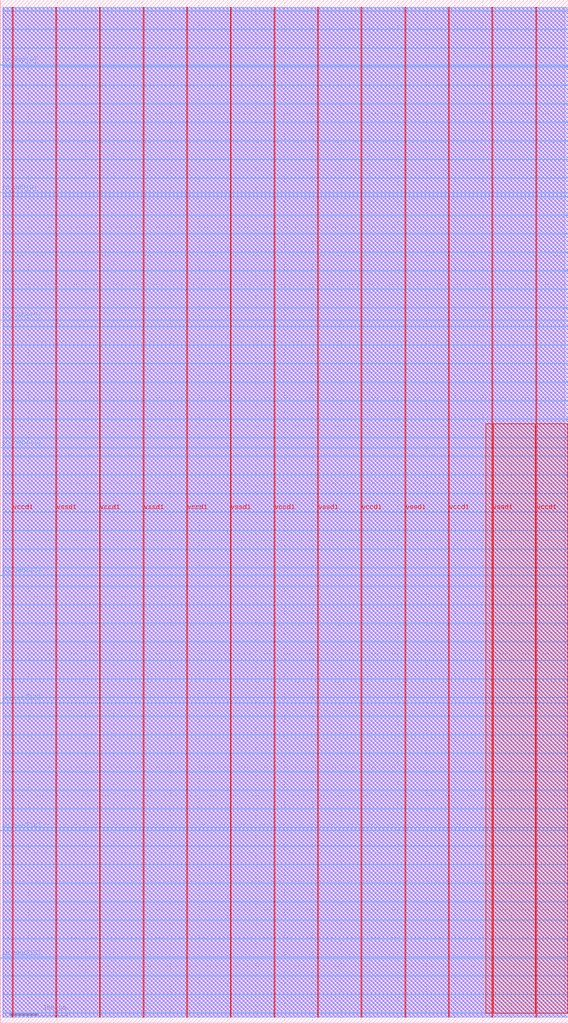
<source format=lef>
VERSION 5.7 ;
  NOWIREEXTENSIONATPIN ON ;
  DIVIDERCHAR "/" ;
  BUSBITCHARS "[]" ;
MACRO pes_ram_design_tapeout
  CLASS BLOCK ;
  FOREIGN pes_ram_design_tapeout ;
  ORIGIN 0.000 0.000 ;
  SIZE 1000.000 BY 1800.000 ;
  PIN addr_a[0]
    DIRECTION INPUT ;
    USE SIGNAL ;
    ANTENNAGATEAREA 0.852000 ;
    PORT
      LAYER met3 ;
        RECT 996.000 115.640 1000.000 116.240 ;
    END
  END addr_a[0]
  PIN addr_a[1]
    DIRECTION INPUT ;
    USE SIGNAL ;
    ANTENNAGATEAREA 0.495000 ;
    PORT
      LAYER met3 ;
        RECT 996.000 311.480 1000.000 312.080 ;
    END
  END addr_a[1]
  PIN addr_a[2]
    DIRECTION INPUT ;
    USE SIGNAL ;
    ANTENNAGATEAREA 0.196500 ;
    PORT
      LAYER met3 ;
        RECT 996.000 507.320 1000.000 507.920 ;
    END
  END addr_a[2]
  PIN addr_a[3]
    DIRECTION INPUT ;
    USE SIGNAL ;
    ANTENNAGATEAREA 0.247500 ;
    PORT
      LAYER met3 ;
        RECT 996.000 703.160 1000.000 703.760 ;
    END
  END addr_a[3]
  PIN addr_a[4]
    DIRECTION INPUT ;
    USE SIGNAL ;
    ANTENNAGATEAREA 0.742500 ;
    PORT
      LAYER met3 ;
        RECT 996.000 899.000 1000.000 899.600 ;
    END
  END addr_a[4]
  PIN addr_a[5]
    DIRECTION INPUT ;
    USE SIGNAL ;
    ANTENNAGATEAREA 0.742500 ;
    PORT
      LAYER met3 ;
        RECT 996.000 1094.840 1000.000 1095.440 ;
    END
  END addr_a[5]
  PIN addr_b[0]
    DIRECTION INPUT ;
    USE SIGNAL ;
    ANTENNAGATEAREA 0.213000 ;
    PORT
      LAYER met3 ;
        RECT 996.000 148.280 1000.000 148.880 ;
    END
  END addr_b[0]
  PIN addr_b[1]
    DIRECTION INPUT ;
    USE SIGNAL ;
    ANTENNAGATEAREA 0.247500 ;
    PORT
      LAYER met3 ;
        RECT 996.000 344.120 1000.000 344.720 ;
    END
  END addr_b[1]
  PIN addr_b[2]
    DIRECTION INPUT ;
    USE SIGNAL ;
    ANTENNAGATEAREA 0.159000 ;
    PORT
      LAYER met3 ;
        RECT 996.000 539.960 1000.000 540.560 ;
    END
  END addr_b[2]
  PIN addr_b[3]
    DIRECTION INPUT ;
    USE SIGNAL ;
    ANTENNAGATEAREA 0.196500 ;
    PORT
      LAYER met3 ;
        RECT 996.000 735.800 1000.000 736.400 ;
    END
  END addr_b[3]
  PIN addr_b[4]
    DIRECTION INPUT ;
    USE SIGNAL ;
    ANTENNAGATEAREA 0.213000 ;
    PORT
      LAYER met3 ;
        RECT 996.000 931.640 1000.000 932.240 ;
    END
  END addr_b[4]
  PIN addr_b[5]
    DIRECTION INPUT ;
    USE SIGNAL ;
    ANTENNAGATEAREA 0.247500 ;
    PORT
      LAYER met3 ;
        RECT 996.000 1127.480 1000.000 1128.080 ;
    END
  END addr_b[5]
  PIN clk
    DIRECTION INPUT ;
    USE SIGNAL ;
    ANTENNAGATEAREA 0.852000 ;
    ANTENNADIFFAREA 0.434700 ;
    PORT
      LAYER met3 ;
        RECT 996.000 17.720 1000.000 18.320 ;
    END
  END clk
  PIN data_a[0]
    DIRECTION INPUT ;
    USE SIGNAL ;
    ANTENNAGATEAREA 0.495000 ;
    PORT
      LAYER met3 ;
        RECT 996.000 180.920 1000.000 181.520 ;
    END
  END data_a[0]
  PIN data_a[1]
    DIRECTION INPUT ;
    USE SIGNAL ;
    ANTENNAGATEAREA 0.196500 ;
    PORT
      LAYER met3 ;
        RECT 996.000 376.760 1000.000 377.360 ;
    END
  END data_a[1]
  PIN data_a[2]
    DIRECTION INPUT ;
    USE SIGNAL ;
    ANTENNAGATEAREA 0.426000 ;
    PORT
      LAYER met3 ;
        RECT 996.000 572.600 1000.000 573.200 ;
    END
  END data_a[2]
  PIN data_a[3]
    DIRECTION INPUT ;
    USE SIGNAL ;
    ANTENNAGATEAREA 0.126000 ;
    PORT
      LAYER met3 ;
        RECT 996.000 768.440 1000.000 769.040 ;
    END
  END data_a[3]
  PIN data_a[4]
    DIRECTION INPUT ;
    USE SIGNAL ;
    ANTENNAGATEAREA 0.247500 ;
    PORT
      LAYER met3 ;
        RECT 996.000 964.280 1000.000 964.880 ;
    END
  END data_a[4]
  PIN data_a[5]
    DIRECTION INPUT ;
    USE SIGNAL ;
    ANTENNAGATEAREA 0.426000 ;
    PORT
      LAYER met3 ;
        RECT 996.000 1160.120 1000.000 1160.720 ;
    END
  END data_a[5]
  PIN data_a[6]
    DIRECTION INPUT ;
    USE SIGNAL ;
    ANTENNAGATEAREA 0.426000 ;
    PORT
      LAYER met3 ;
        RECT 996.000 1290.680 1000.000 1291.280 ;
    END
  END data_a[6]
  PIN data_a[7]
    DIRECTION INPUT ;
    USE SIGNAL ;
    ANTENNAGATEAREA 0.742500 ;
    PORT
      LAYER met3 ;
        RECT 996.000 1421.240 1000.000 1421.840 ;
    END
  END data_a[7]
  PIN data_b[0]
    DIRECTION INPUT ;
    USE SIGNAL ;
    ANTENNAGATEAREA 0.495000 ;
    PORT
      LAYER met3 ;
        RECT 996.000 213.560 1000.000 214.160 ;
    END
  END data_b[0]
  PIN data_b[1]
    DIRECTION INPUT ;
    USE SIGNAL ;
    ANTENNAGATEAREA 0.196500 ;
    PORT
      LAYER met3 ;
        RECT 996.000 409.400 1000.000 410.000 ;
    END
  END data_b[1]
  PIN data_b[2]
    DIRECTION INPUT ;
    USE SIGNAL ;
    ANTENNAGATEAREA 0.247500 ;
    PORT
      LAYER met3 ;
        RECT 996.000 605.240 1000.000 605.840 ;
    END
  END data_b[2]
  PIN data_b[3]
    DIRECTION INPUT ;
    USE SIGNAL ;
    ANTENNAGATEAREA 0.213000 ;
    PORT
      LAYER met3 ;
        RECT 996.000 801.080 1000.000 801.680 ;
    END
  END data_b[3]
  PIN data_b[4]
    DIRECTION INPUT ;
    USE SIGNAL ;
    ANTENNAGATEAREA 0.247500 ;
    PORT
      LAYER met3 ;
        RECT 996.000 996.920 1000.000 997.520 ;
    END
  END data_b[4]
  PIN data_b[5]
    DIRECTION INPUT ;
    USE SIGNAL ;
    ANTENNAGATEAREA 0.247500 ;
    PORT
      LAYER met3 ;
        RECT 996.000 1192.760 1000.000 1193.360 ;
    END
  END data_b[5]
  PIN data_b[6]
    DIRECTION INPUT ;
    USE SIGNAL ;
    ANTENNAGATEAREA 0.495000 ;
    PORT
      LAYER met3 ;
        RECT 996.000 1323.320 1000.000 1323.920 ;
    END
  END data_b[6]
  PIN data_b[7]
    DIRECTION INPUT ;
    USE SIGNAL ;
    ANTENNAGATEAREA 0.742500 ;
    PORT
      LAYER met3 ;
        RECT 996.000 1453.880 1000.000 1454.480 ;
    END
  END data_b[7]
  PIN io_oeb[0]
    DIRECTION OUTPUT TRISTATE ;
    USE SIGNAL ;
    PORT
      LAYER met3 ;
        RECT 996.000 1551.800 1000.000 1552.400 ;
    END
  END io_oeb[0]
  PIN io_oeb[10]
    DIRECTION OUTPUT TRISTATE ;
    USE SIGNAL ;
    PORT
      LAYER met3 ;
        RECT 0.000 1236.280 4.000 1236.880 ;
    END
  END io_oeb[10]
  PIN io_oeb[11]
    DIRECTION OUTPUT TRISTATE ;
    USE SIGNAL ;
    PORT
      LAYER met3 ;
        RECT 0.000 1011.880 4.000 1012.480 ;
    END
  END io_oeb[11]
  PIN io_oeb[12]
    DIRECTION OUTPUT TRISTATE ;
    USE SIGNAL ;
    PORT
      LAYER met3 ;
        RECT 0.000 787.480 4.000 788.080 ;
    END
  END io_oeb[12]
  PIN io_oeb[13]
    DIRECTION OUTPUT TRISTATE ;
    USE SIGNAL ;
    PORT
      LAYER met3 ;
        RECT 0.000 563.080 4.000 563.680 ;
    END
  END io_oeb[13]
  PIN io_oeb[14]
    DIRECTION OUTPUT TRISTATE ;
    USE SIGNAL ;
    PORT
      LAYER met3 ;
        RECT 0.000 338.680 4.000 339.280 ;
    END
  END io_oeb[14]
  PIN io_oeb[15]
    DIRECTION OUTPUT TRISTATE ;
    USE SIGNAL ;
    PORT
      LAYER met3 ;
        RECT 0.000 114.280 4.000 114.880 ;
    END
  END io_oeb[15]
  PIN io_oeb[1]
    DIRECTION OUTPUT TRISTATE ;
    USE SIGNAL ;
    PORT
      LAYER met3 ;
        RECT 996.000 1584.440 1000.000 1585.040 ;
    END
  END io_oeb[1]
  PIN io_oeb[2]
    DIRECTION OUTPUT TRISTATE ;
    USE SIGNAL ;
    PORT
      LAYER met3 ;
        RECT 996.000 1617.080 1000.000 1617.680 ;
    END
  END io_oeb[2]
  PIN io_oeb[3]
    DIRECTION OUTPUT TRISTATE ;
    USE SIGNAL ;
    PORT
      LAYER met3 ;
        RECT 996.000 1649.720 1000.000 1650.320 ;
    END
  END io_oeb[3]
  PIN io_oeb[4]
    DIRECTION OUTPUT TRISTATE ;
    USE SIGNAL ;
    PORT
      LAYER met3 ;
        RECT 996.000 1682.360 1000.000 1682.960 ;
    END
  END io_oeb[4]
  PIN io_oeb[5]
    DIRECTION OUTPUT TRISTATE ;
    USE SIGNAL ;
    PORT
      LAYER met3 ;
        RECT 996.000 1715.000 1000.000 1715.600 ;
    END
  END io_oeb[5]
  PIN io_oeb[6]
    DIRECTION OUTPUT TRISTATE ;
    USE SIGNAL ;
    PORT
      LAYER met3 ;
        RECT 996.000 1747.640 1000.000 1748.240 ;
    END
  END io_oeb[6]
  PIN io_oeb[7]
    DIRECTION OUTPUT TRISTATE ;
    USE SIGNAL ;
    PORT
      LAYER met3 ;
        RECT 996.000 1780.280 1000.000 1780.880 ;
    END
  END io_oeb[7]
  PIN io_oeb[8]
    DIRECTION OUTPUT TRISTATE ;
    USE SIGNAL ;
    PORT
      LAYER met3 ;
        RECT 0.000 1685.080 4.000 1685.680 ;
    END
  END io_oeb[8]
  PIN io_oeb[9]
    DIRECTION OUTPUT TRISTATE ;
    USE SIGNAL ;
    PORT
      LAYER met3 ;
        RECT 0.000 1460.680 4.000 1461.280 ;
    END
  END io_oeb[9]
  PIN q_a[0]
    DIRECTION OUTPUT TRISTATE ;
    USE SIGNAL ;
    ANTENNADIFFAREA 2.673000 ;
    PORT
      LAYER met3 ;
        RECT 996.000 246.200 1000.000 246.800 ;
    END
  END q_a[0]
  PIN q_a[1]
    DIRECTION OUTPUT TRISTATE ;
    USE SIGNAL ;
    ANTENNADIFFAREA 2.673000 ;
    PORT
      LAYER met3 ;
        RECT 996.000 442.040 1000.000 442.640 ;
    END
  END q_a[1]
  PIN q_a[2]
    DIRECTION OUTPUT TRISTATE ;
    USE SIGNAL ;
    ANTENNADIFFAREA 2.673000 ;
    PORT
      LAYER met3 ;
        RECT 996.000 637.880 1000.000 638.480 ;
    END
  END q_a[2]
  PIN q_a[3]
    DIRECTION OUTPUT TRISTATE ;
    USE SIGNAL ;
    ANTENNADIFFAREA 2.673000 ;
    PORT
      LAYER met3 ;
        RECT 996.000 833.720 1000.000 834.320 ;
    END
  END q_a[3]
  PIN q_a[4]
    DIRECTION OUTPUT TRISTATE ;
    USE SIGNAL ;
    ANTENNADIFFAREA 2.673000 ;
    PORT
      LAYER met3 ;
        RECT 996.000 1029.560 1000.000 1030.160 ;
    END
  END q_a[4]
  PIN q_a[5]
    DIRECTION OUTPUT TRISTATE ;
    USE SIGNAL ;
    ANTENNADIFFAREA 2.673000 ;
    PORT
      LAYER met3 ;
        RECT 996.000 1225.400 1000.000 1226.000 ;
    END
  END q_a[5]
  PIN q_a[6]
    DIRECTION OUTPUT TRISTATE ;
    USE SIGNAL ;
    ANTENNADIFFAREA 2.673000 ;
    PORT
      LAYER met3 ;
        RECT 996.000 1355.960 1000.000 1356.560 ;
    END
  END q_a[6]
  PIN q_a[7]
    DIRECTION OUTPUT TRISTATE ;
    USE SIGNAL ;
    ANTENNADIFFAREA 2.673000 ;
    PORT
      LAYER met3 ;
        RECT 996.000 1486.520 1000.000 1487.120 ;
    END
  END q_a[7]
  PIN q_b[0]
    DIRECTION OUTPUT TRISTATE ;
    USE SIGNAL ;
    ANTENNADIFFAREA 2.673000 ;
    PORT
      LAYER met3 ;
        RECT 996.000 278.840 1000.000 279.440 ;
    END
  END q_b[0]
  PIN q_b[1]
    DIRECTION OUTPUT TRISTATE ;
    USE SIGNAL ;
    ANTENNADIFFAREA 2.673000 ;
    PORT
      LAYER met3 ;
        RECT 996.000 474.680 1000.000 475.280 ;
    END
  END q_b[1]
  PIN q_b[2]
    DIRECTION OUTPUT TRISTATE ;
    USE SIGNAL ;
    ANTENNADIFFAREA 2.673000 ;
    PORT
      LAYER met3 ;
        RECT 996.000 670.520 1000.000 671.120 ;
    END
  END q_b[2]
  PIN q_b[3]
    DIRECTION OUTPUT TRISTATE ;
    USE SIGNAL ;
    ANTENNADIFFAREA 2.673000 ;
    PORT
      LAYER met3 ;
        RECT 996.000 866.360 1000.000 866.960 ;
    END
  END q_b[3]
  PIN q_b[4]
    DIRECTION OUTPUT TRISTATE ;
    USE SIGNAL ;
    ANTENNADIFFAREA 2.673000 ;
    PORT
      LAYER met3 ;
        RECT 996.000 1062.200 1000.000 1062.800 ;
    END
  END q_b[4]
  PIN q_b[5]
    DIRECTION OUTPUT TRISTATE ;
    USE SIGNAL ;
    ANTENNADIFFAREA 2.673000 ;
    PORT
      LAYER met3 ;
        RECT 996.000 1258.040 1000.000 1258.640 ;
    END
  END q_b[5]
  PIN q_b[6]
    DIRECTION OUTPUT TRISTATE ;
    USE SIGNAL ;
    ANTENNADIFFAREA 2.673000 ;
    PORT
      LAYER met3 ;
        RECT 996.000 1388.600 1000.000 1389.200 ;
    END
  END q_b[6]
  PIN q_b[7]
    DIRECTION OUTPUT TRISTATE ;
    USE SIGNAL ;
    ANTENNADIFFAREA 2.673000 ;
    PORT
      LAYER met3 ;
        RECT 996.000 1519.160 1000.000 1519.760 ;
    END
  END q_b[7]
  PIN vccd1
    DIRECTION INOUT ;
    USE POWER ;
    PORT
      LAYER met4 ;
        RECT 21.040 10.640 22.640 1787.280 ;
    END
    PORT
      LAYER met4 ;
        RECT 174.640 10.640 176.240 1787.280 ;
    END
    PORT
      LAYER met4 ;
        RECT 328.240 10.640 329.840 1787.280 ;
    END
    PORT
      LAYER met4 ;
        RECT 481.840 10.640 483.440 1787.280 ;
    END
    PORT
      LAYER met4 ;
        RECT 635.440 10.640 637.040 1787.280 ;
    END
    PORT
      LAYER met4 ;
        RECT 789.040 10.640 790.640 1787.280 ;
    END
    PORT
      LAYER met4 ;
        RECT 942.640 10.640 944.240 1787.280 ;
    END
  END vccd1
  PIN vssd1
    DIRECTION INOUT ;
    USE GROUND ;
    PORT
      LAYER met4 ;
        RECT 97.840 10.640 99.440 1787.280 ;
    END
    PORT
      LAYER met4 ;
        RECT 251.440 10.640 253.040 1787.280 ;
    END
    PORT
      LAYER met4 ;
        RECT 405.040 10.640 406.640 1787.280 ;
    END
    PORT
      LAYER met4 ;
        RECT 558.640 10.640 560.240 1787.280 ;
    END
    PORT
      LAYER met4 ;
        RECT 712.240 10.640 713.840 1787.280 ;
    END
    PORT
      LAYER met4 ;
        RECT 865.840 10.640 867.440 1787.280 ;
    END
  END vssd1
  PIN we_a
    DIRECTION INPUT ;
    USE SIGNAL ;
    ANTENNAGATEAREA 0.852000 ;
    PORT
      LAYER met3 ;
        RECT 996.000 50.360 1000.000 50.960 ;
    END
  END we_a
  PIN we_b
    DIRECTION INPUT ;
    USE SIGNAL ;
    ANTENNAGATEAREA 0.990000 ;
    PORT
      LAYER met3 ;
        RECT 996.000 83.000 1000.000 83.600 ;
    END
  END we_b
  OBS
      LAYER li1 ;
        RECT 5.520 10.795 994.060 1787.125 ;
      LAYER met1 ;
        RECT 4.670 10.640 999.970 1787.280 ;
      LAYER met2 ;
        RECT 4.690 10.695 999.950 1787.225 ;
      LAYER met3 ;
        RECT 4.000 1781.280 999.975 1787.205 ;
        RECT 4.000 1779.880 995.600 1781.280 ;
        RECT 4.000 1748.640 999.975 1779.880 ;
        RECT 4.000 1747.240 995.600 1748.640 ;
        RECT 4.000 1716.000 999.975 1747.240 ;
        RECT 4.000 1714.600 995.600 1716.000 ;
        RECT 4.000 1686.080 999.975 1714.600 ;
        RECT 4.400 1684.680 999.975 1686.080 ;
        RECT 4.000 1683.360 999.975 1684.680 ;
        RECT 4.000 1681.960 995.600 1683.360 ;
        RECT 4.000 1650.720 999.975 1681.960 ;
        RECT 4.000 1649.320 995.600 1650.720 ;
        RECT 4.000 1618.080 999.975 1649.320 ;
        RECT 4.000 1616.680 995.600 1618.080 ;
        RECT 4.000 1585.440 999.975 1616.680 ;
        RECT 4.000 1584.040 995.600 1585.440 ;
        RECT 4.000 1552.800 999.975 1584.040 ;
        RECT 4.000 1551.400 995.600 1552.800 ;
        RECT 4.000 1520.160 999.975 1551.400 ;
        RECT 4.000 1518.760 995.600 1520.160 ;
        RECT 4.000 1487.520 999.975 1518.760 ;
        RECT 4.000 1486.120 995.600 1487.520 ;
        RECT 4.000 1461.680 999.975 1486.120 ;
        RECT 4.400 1460.280 999.975 1461.680 ;
        RECT 4.000 1454.880 999.975 1460.280 ;
        RECT 4.000 1453.480 995.600 1454.880 ;
        RECT 4.000 1422.240 999.975 1453.480 ;
        RECT 4.000 1420.840 995.600 1422.240 ;
        RECT 4.000 1389.600 999.975 1420.840 ;
        RECT 4.000 1388.200 995.600 1389.600 ;
        RECT 4.000 1356.960 999.975 1388.200 ;
        RECT 4.000 1355.560 995.600 1356.960 ;
        RECT 4.000 1324.320 999.975 1355.560 ;
        RECT 4.000 1322.920 995.600 1324.320 ;
        RECT 4.000 1291.680 999.975 1322.920 ;
        RECT 4.000 1290.280 995.600 1291.680 ;
        RECT 4.000 1259.040 999.975 1290.280 ;
        RECT 4.000 1257.640 995.600 1259.040 ;
        RECT 4.000 1237.280 999.975 1257.640 ;
        RECT 4.400 1235.880 999.975 1237.280 ;
        RECT 4.000 1226.400 999.975 1235.880 ;
        RECT 4.000 1225.000 995.600 1226.400 ;
        RECT 4.000 1193.760 999.975 1225.000 ;
        RECT 4.000 1192.360 995.600 1193.760 ;
        RECT 4.000 1161.120 999.975 1192.360 ;
        RECT 4.000 1159.720 995.600 1161.120 ;
        RECT 4.000 1128.480 999.975 1159.720 ;
        RECT 4.000 1127.080 995.600 1128.480 ;
        RECT 4.000 1095.840 999.975 1127.080 ;
        RECT 4.000 1094.440 995.600 1095.840 ;
        RECT 4.000 1063.200 999.975 1094.440 ;
        RECT 4.000 1061.800 995.600 1063.200 ;
        RECT 4.000 1030.560 999.975 1061.800 ;
        RECT 4.000 1029.160 995.600 1030.560 ;
        RECT 4.000 1012.880 999.975 1029.160 ;
        RECT 4.400 1011.480 999.975 1012.880 ;
        RECT 4.000 997.920 999.975 1011.480 ;
        RECT 4.000 996.520 995.600 997.920 ;
        RECT 4.000 965.280 999.975 996.520 ;
        RECT 4.000 963.880 995.600 965.280 ;
        RECT 4.000 932.640 999.975 963.880 ;
        RECT 4.000 931.240 995.600 932.640 ;
        RECT 4.000 900.000 999.975 931.240 ;
        RECT 4.000 898.600 995.600 900.000 ;
        RECT 4.000 867.360 999.975 898.600 ;
        RECT 4.000 865.960 995.600 867.360 ;
        RECT 4.000 834.720 999.975 865.960 ;
        RECT 4.000 833.320 995.600 834.720 ;
        RECT 4.000 802.080 999.975 833.320 ;
        RECT 4.000 800.680 995.600 802.080 ;
        RECT 4.000 788.480 999.975 800.680 ;
        RECT 4.400 787.080 999.975 788.480 ;
        RECT 4.000 769.440 999.975 787.080 ;
        RECT 4.000 768.040 995.600 769.440 ;
        RECT 4.000 736.800 999.975 768.040 ;
        RECT 4.000 735.400 995.600 736.800 ;
        RECT 4.000 704.160 999.975 735.400 ;
        RECT 4.000 702.760 995.600 704.160 ;
        RECT 4.000 671.520 999.975 702.760 ;
        RECT 4.000 670.120 995.600 671.520 ;
        RECT 4.000 638.880 999.975 670.120 ;
        RECT 4.000 637.480 995.600 638.880 ;
        RECT 4.000 606.240 999.975 637.480 ;
        RECT 4.000 604.840 995.600 606.240 ;
        RECT 4.000 573.600 999.975 604.840 ;
        RECT 4.000 572.200 995.600 573.600 ;
        RECT 4.000 564.080 999.975 572.200 ;
        RECT 4.400 562.680 999.975 564.080 ;
        RECT 4.000 540.960 999.975 562.680 ;
        RECT 4.000 539.560 995.600 540.960 ;
        RECT 4.000 508.320 999.975 539.560 ;
        RECT 4.000 506.920 995.600 508.320 ;
        RECT 4.000 475.680 999.975 506.920 ;
        RECT 4.000 474.280 995.600 475.680 ;
        RECT 4.000 443.040 999.975 474.280 ;
        RECT 4.000 441.640 995.600 443.040 ;
        RECT 4.000 410.400 999.975 441.640 ;
        RECT 4.000 409.000 995.600 410.400 ;
        RECT 4.000 377.760 999.975 409.000 ;
        RECT 4.000 376.360 995.600 377.760 ;
        RECT 4.000 345.120 999.975 376.360 ;
        RECT 4.000 343.720 995.600 345.120 ;
        RECT 4.000 339.680 999.975 343.720 ;
        RECT 4.400 338.280 999.975 339.680 ;
        RECT 4.000 312.480 999.975 338.280 ;
        RECT 4.000 311.080 995.600 312.480 ;
        RECT 4.000 279.840 999.975 311.080 ;
        RECT 4.000 278.440 995.600 279.840 ;
        RECT 4.000 247.200 999.975 278.440 ;
        RECT 4.000 245.800 995.600 247.200 ;
        RECT 4.000 214.560 999.975 245.800 ;
        RECT 4.000 213.160 995.600 214.560 ;
        RECT 4.000 181.920 999.975 213.160 ;
        RECT 4.000 180.520 995.600 181.920 ;
        RECT 4.000 149.280 999.975 180.520 ;
        RECT 4.000 147.880 995.600 149.280 ;
        RECT 4.000 116.640 999.975 147.880 ;
        RECT 4.000 115.280 995.600 116.640 ;
        RECT 4.400 115.240 995.600 115.280 ;
        RECT 4.400 113.880 999.975 115.240 ;
        RECT 4.000 84.000 999.975 113.880 ;
        RECT 4.000 82.600 995.600 84.000 ;
        RECT 4.000 51.360 999.975 82.600 ;
        RECT 4.000 49.960 995.600 51.360 ;
        RECT 4.000 18.720 999.975 49.960 ;
        RECT 4.000 17.320 995.600 18.720 ;
        RECT 4.000 10.715 999.975 17.320 ;
      LAYER met4 ;
        RECT 854.975 17.855 865.440 1054.505 ;
        RECT 867.840 17.855 942.240 1054.505 ;
        RECT 944.640 17.855 998.825 1054.505 ;
  END
END pes_ram_design_tapeout
END LIBRARY


</source>
